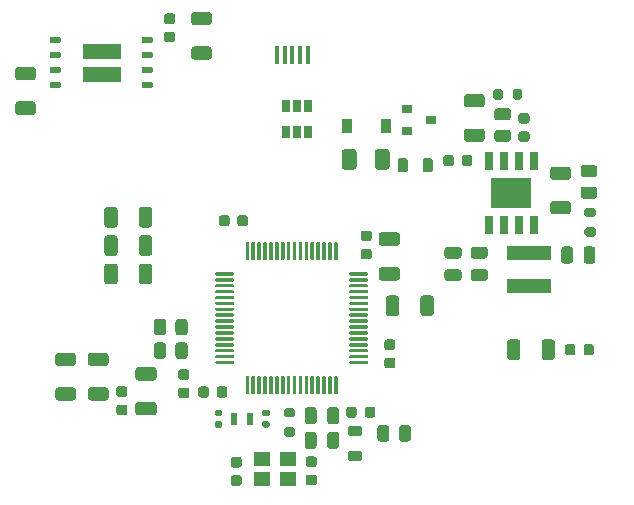
<source format=gbr>
%TF.GenerationSoftware,KiCad,Pcbnew,(5.1.10)-1*%
%TF.CreationDate,2021-09-19T12:36:10+02:00*%
%TF.ProjectId,stm32f446re_carrier_board,73746d33-3266-4343-9436-72655f636172,rev?*%
%TF.SameCoordinates,Original*%
%TF.FileFunction,Paste,Top*%
%TF.FilePolarity,Positive*%
%FSLAX46Y46*%
G04 Gerber Fmt 4.6, Leading zero omitted, Abs format (unit mm)*
G04 Created by KiCad (PCBNEW (5.1.10)-1) date 2021-09-19 12:36:10*
%MOMM*%
%LPD*%
G01*
G04 APERTURE LIST*
%ADD10C,0.010000*%
%ADD11R,0.600000X1.100000*%
%ADD12R,1.400000X1.200000*%
%ADD13R,3.700000X1.200000*%
%ADD14R,0.900000X1.200000*%
%ADD15R,0.650000X1.060000*%
%ADD16R,0.900000X0.800000*%
%ADD17R,0.400000X1.600000*%
%ADD18R,0.700000X1.525000*%
%ADD19R,3.450000X2.560000*%
G04 APERTURE END LIST*
D10*
%TO.C,U3*%
G36*
X120540000Y-66540000D02*
G01*
X122140000Y-66540000D01*
X122140000Y-67690000D01*
X120540000Y-67690000D01*
X120540000Y-66540000D01*
G37*
X120540000Y-66540000D02*
X122140000Y-66540000D01*
X122140000Y-67690000D01*
X120540000Y-67690000D01*
X120540000Y-66540000D01*
G36*
X120540000Y-68510000D02*
G01*
X122140000Y-68510000D01*
X122140000Y-69660000D01*
X120540000Y-69660000D01*
X120540000Y-68510000D01*
G37*
X120540000Y-68510000D02*
X122140000Y-68510000D01*
X122140000Y-69660000D01*
X120540000Y-69660000D01*
X120540000Y-68510000D01*
G36*
X122060000Y-66540000D02*
G01*
X123660000Y-66540000D01*
X123660000Y-67690000D01*
X122060000Y-67690000D01*
X122060000Y-66540000D01*
G37*
X122060000Y-66540000D02*
X123660000Y-66540000D01*
X123660000Y-67690000D01*
X122060000Y-67690000D01*
X122060000Y-66540000D01*
G36*
X122060000Y-68510000D02*
G01*
X123660000Y-68510000D01*
X123660000Y-69660000D01*
X122060000Y-69660000D01*
X122060000Y-68510000D01*
G37*
X122060000Y-68510000D02*
X123660000Y-68510000D01*
X123660000Y-69660000D01*
X122060000Y-69660000D01*
X122060000Y-68510000D01*
%TD*%
%TO.C,R19*%
G36*
G01*
X115074999Y-71400000D02*
X116325001Y-71400000D01*
G75*
G02*
X116575000Y-71649999I0J-249999D01*
G01*
X116575000Y-72275001D01*
G75*
G02*
X116325001Y-72525000I-249999J0D01*
G01*
X115074999Y-72525000D01*
G75*
G02*
X114825000Y-72275001I0J249999D01*
G01*
X114825000Y-71649999D01*
G75*
G02*
X115074999Y-71400000I249999J0D01*
G01*
G37*
G36*
G01*
X115074999Y-68475000D02*
X116325001Y-68475000D01*
G75*
G02*
X116575000Y-68724999I0J-249999D01*
G01*
X116575000Y-69350001D01*
G75*
G02*
X116325001Y-69600000I-249999J0D01*
G01*
X115074999Y-69600000D01*
G75*
G02*
X114825000Y-69350001I0J249999D01*
G01*
X114825000Y-68724999D01*
G75*
G02*
X115074999Y-68475000I249999J0D01*
G01*
G37*
%TD*%
%TO.C,R18*%
G36*
G01*
X131225001Y-64937500D02*
X129974999Y-64937500D01*
G75*
G02*
X129725000Y-64687501I0J249999D01*
G01*
X129725000Y-64062499D01*
G75*
G02*
X129974999Y-63812500I249999J0D01*
G01*
X131225001Y-63812500D01*
G75*
G02*
X131475000Y-64062499I0J-249999D01*
G01*
X131475000Y-64687501D01*
G75*
G02*
X131225001Y-64937500I-249999J0D01*
G01*
G37*
G36*
G01*
X131225001Y-67862500D02*
X129974999Y-67862500D01*
G75*
G02*
X129725000Y-67612501I0J249999D01*
G01*
X129725000Y-66987499D01*
G75*
G02*
X129974999Y-66737500I249999J0D01*
G01*
X131225001Y-66737500D01*
G75*
G02*
X131475000Y-66987499I0J-249999D01*
G01*
X131475000Y-67612501D01*
G75*
G02*
X131225001Y-67862500I-249999J0D01*
G01*
G37*
%TD*%
%TO.C,C20*%
G36*
G01*
X128150000Y-64850000D02*
X127650000Y-64850000D01*
G75*
G02*
X127425000Y-64625000I0J225000D01*
G01*
X127425000Y-64175000D01*
G75*
G02*
X127650000Y-63950000I225000J0D01*
G01*
X128150000Y-63950000D01*
G75*
G02*
X128375000Y-64175000I0J-225000D01*
G01*
X128375000Y-64625000D01*
G75*
G02*
X128150000Y-64850000I-225000J0D01*
G01*
G37*
G36*
G01*
X128150000Y-66400000D02*
X127650000Y-66400000D01*
G75*
G02*
X127425000Y-66175000I0J225000D01*
G01*
X127425000Y-65725000D01*
G75*
G02*
X127650000Y-65500000I225000J0D01*
G01*
X128150000Y-65500000D01*
G75*
G02*
X128375000Y-65725000I0J-225000D01*
G01*
X128375000Y-66175000D01*
G75*
G02*
X128150000Y-66400000I-225000J0D01*
G01*
G37*
%TD*%
%TO.C,U3*%
G36*
G01*
X117735000Y-67619000D02*
X117735000Y-67311000D01*
G75*
G02*
X117801000Y-67245000I66000J0D01*
G01*
X118609000Y-67245000D01*
G75*
G02*
X118675000Y-67311000I0J-66000D01*
G01*
X118675000Y-67619000D01*
G75*
G02*
X118609000Y-67685000I-66000J0D01*
G01*
X117801000Y-67685000D01*
G75*
G02*
X117735000Y-67619000I0J66000D01*
G01*
G37*
G36*
G01*
X117735000Y-68889000D02*
X117735000Y-68581000D01*
G75*
G02*
X117801000Y-68515000I66000J0D01*
G01*
X118609000Y-68515000D01*
G75*
G02*
X118675000Y-68581000I0J-66000D01*
G01*
X118675000Y-68889000D01*
G75*
G02*
X118609000Y-68955000I-66000J0D01*
G01*
X117801000Y-68955000D01*
G75*
G02*
X117735000Y-68889000I0J66000D01*
G01*
G37*
G36*
G01*
X117735000Y-70159000D02*
X117735000Y-69851000D01*
G75*
G02*
X117801000Y-69785000I66000J0D01*
G01*
X118609000Y-69785000D01*
G75*
G02*
X118675000Y-69851000I0J-66000D01*
G01*
X118675000Y-70159000D01*
G75*
G02*
X118609000Y-70225000I-66000J0D01*
G01*
X117801000Y-70225000D01*
G75*
G02*
X117735000Y-70159000I0J66000D01*
G01*
G37*
G36*
G01*
X117735000Y-66349000D02*
X117735000Y-66041000D01*
G75*
G02*
X117801000Y-65975000I66000J0D01*
G01*
X118609000Y-65975000D01*
G75*
G02*
X118675000Y-66041000I0J-66000D01*
G01*
X118675000Y-66349000D01*
G75*
G02*
X118609000Y-66415000I-66000J0D01*
G01*
X117801000Y-66415000D01*
G75*
G02*
X117735000Y-66349000I0J66000D01*
G01*
G37*
G36*
G01*
X125525000Y-67619000D02*
X125525000Y-67311000D01*
G75*
G02*
X125591000Y-67245000I66000J0D01*
G01*
X126399000Y-67245000D01*
G75*
G02*
X126465000Y-67311000I0J-66000D01*
G01*
X126465000Y-67619000D01*
G75*
G02*
X126399000Y-67685000I-66000J0D01*
G01*
X125591000Y-67685000D01*
G75*
G02*
X125525000Y-67619000I0J66000D01*
G01*
G37*
G36*
G01*
X125525000Y-68889000D02*
X125525000Y-68581000D01*
G75*
G02*
X125591000Y-68515000I66000J0D01*
G01*
X126399000Y-68515000D01*
G75*
G02*
X126465000Y-68581000I0J-66000D01*
G01*
X126465000Y-68889000D01*
G75*
G02*
X126399000Y-68955000I-66000J0D01*
G01*
X125591000Y-68955000D01*
G75*
G02*
X125525000Y-68889000I0J66000D01*
G01*
G37*
G36*
G01*
X125525000Y-70159000D02*
X125525000Y-69851000D01*
G75*
G02*
X125591000Y-69785000I66000J0D01*
G01*
X126399000Y-69785000D01*
G75*
G02*
X126465000Y-69851000I0J-66000D01*
G01*
X126465000Y-70159000D01*
G75*
G02*
X126399000Y-70225000I-66000J0D01*
G01*
X125591000Y-70225000D01*
G75*
G02*
X125525000Y-70159000I0J66000D01*
G01*
G37*
G36*
G01*
X125525000Y-66349000D02*
X125525000Y-66041000D01*
G75*
G02*
X125591000Y-65975000I66000J0D01*
G01*
X126399000Y-65975000D01*
G75*
G02*
X126465000Y-66041000I0J-66000D01*
G01*
X126465000Y-66349000D01*
G75*
G02*
X126399000Y-66415000I-66000J0D01*
G01*
X125591000Y-66415000D01*
G75*
G02*
X125525000Y-66349000I0J66000D01*
G01*
G37*
%TD*%
D11*
%TO.C,Y2*%
X134750000Y-98250000D03*
X133350000Y-98250000D03*
%TD*%
D12*
%TO.C,Y1*%
X135700000Y-101650000D03*
X137900000Y-101650000D03*
X137900000Y-103350000D03*
X135700000Y-103350000D03*
%TD*%
%TO.C,R13*%
G36*
G01*
X156090000Y-70510000D02*
X156090000Y-71060000D01*
G75*
G02*
X155890000Y-71260000I-200000J0D01*
G01*
X155490000Y-71260000D01*
G75*
G02*
X155290000Y-71060000I0J200000D01*
G01*
X155290000Y-70510000D01*
G75*
G02*
X155490000Y-70310000I200000J0D01*
G01*
X155890000Y-70310000D01*
G75*
G02*
X156090000Y-70510000I0J-200000D01*
G01*
G37*
G36*
G01*
X157740000Y-70510000D02*
X157740000Y-71060000D01*
G75*
G02*
X157540000Y-71260000I-200000J0D01*
G01*
X157140000Y-71260000D01*
G75*
G02*
X156940000Y-71060000I0J200000D01*
G01*
X156940000Y-70510000D01*
G75*
G02*
X157140000Y-70310000I200000J0D01*
G01*
X157540000Y-70310000D01*
G75*
G02*
X157740000Y-70510000I0J-200000D01*
G01*
G37*
%TD*%
%TO.C,R12*%
G36*
G01*
X156550001Y-73000000D02*
X155649999Y-73000000D01*
G75*
G02*
X155400000Y-72750001I0J249999D01*
G01*
X155400000Y-72224999D01*
G75*
G02*
X155649999Y-71975000I249999J0D01*
G01*
X156550001Y-71975000D01*
G75*
G02*
X156800000Y-72224999I0J-249999D01*
G01*
X156800000Y-72750001D01*
G75*
G02*
X156550001Y-73000000I-249999J0D01*
G01*
G37*
G36*
G01*
X156550001Y-74825000D02*
X155649999Y-74825000D01*
G75*
G02*
X155400000Y-74575001I0J249999D01*
G01*
X155400000Y-74049999D01*
G75*
G02*
X155649999Y-73800000I249999J0D01*
G01*
X156550001Y-73800000D01*
G75*
G02*
X156800000Y-74049999I0J-249999D01*
G01*
X156800000Y-74575001D01*
G75*
G02*
X156550001Y-74825000I-249999J0D01*
G01*
G37*
%TD*%
%TO.C,R10*%
G36*
G01*
X121229999Y-95597500D02*
X122480001Y-95597500D01*
G75*
G02*
X122730000Y-95847499I0J-249999D01*
G01*
X122730000Y-96472501D01*
G75*
G02*
X122480001Y-96722500I-249999J0D01*
G01*
X121229999Y-96722500D01*
G75*
G02*
X120980000Y-96472501I0J249999D01*
G01*
X120980000Y-95847499D01*
G75*
G02*
X121229999Y-95597500I249999J0D01*
G01*
G37*
G36*
G01*
X121229999Y-92672500D02*
X122480001Y-92672500D01*
G75*
G02*
X122730000Y-92922499I0J-249999D01*
G01*
X122730000Y-93547501D01*
G75*
G02*
X122480001Y-93797500I-249999J0D01*
G01*
X121229999Y-93797500D01*
G75*
G02*
X120980000Y-93547501I0J249999D01*
G01*
X120980000Y-92922499D01*
G75*
G02*
X121229999Y-92672500I249999J0D01*
G01*
G37*
%TD*%
%TO.C,R9*%
G36*
G01*
X125300000Y-86625001D02*
X125300000Y-85374999D01*
G75*
G02*
X125549999Y-85125000I249999J0D01*
G01*
X126175001Y-85125000D01*
G75*
G02*
X126425000Y-85374999I0J-249999D01*
G01*
X126425000Y-86625001D01*
G75*
G02*
X126175001Y-86875000I-249999J0D01*
G01*
X125549999Y-86875000D01*
G75*
G02*
X125300000Y-86625001I0J249999D01*
G01*
G37*
G36*
G01*
X122375000Y-86625001D02*
X122375000Y-85374999D01*
G75*
G02*
X122624999Y-85125000I249999J0D01*
G01*
X123250001Y-85125000D01*
G75*
G02*
X123500000Y-85374999I0J-249999D01*
G01*
X123500000Y-86625001D01*
G75*
G02*
X123250001Y-86875000I-249999J0D01*
G01*
X122624999Y-86875000D01*
G75*
G02*
X122375000Y-86625001I0J249999D01*
G01*
G37*
%TD*%
%TO.C,R8*%
G36*
G01*
X125300000Y-84225001D02*
X125300000Y-82974999D01*
G75*
G02*
X125549999Y-82725000I249999J0D01*
G01*
X126175001Y-82725000D01*
G75*
G02*
X126425000Y-82974999I0J-249999D01*
G01*
X126425000Y-84225001D01*
G75*
G02*
X126175001Y-84475000I-249999J0D01*
G01*
X125549999Y-84475000D01*
G75*
G02*
X125300000Y-84225001I0J249999D01*
G01*
G37*
G36*
G01*
X122375000Y-84225001D02*
X122375000Y-82974999D01*
G75*
G02*
X122624999Y-82725000I249999J0D01*
G01*
X123250001Y-82725000D01*
G75*
G02*
X123500000Y-82974999I0J-249999D01*
G01*
X123500000Y-84225001D01*
G75*
G02*
X123250001Y-84475000I-249999J0D01*
G01*
X122624999Y-84475000D01*
G75*
G02*
X122375000Y-84225001I0J249999D01*
G01*
G37*
%TD*%
%TO.C,R7*%
G36*
G01*
X125300000Y-81825001D02*
X125300000Y-80574999D01*
G75*
G02*
X125549999Y-80325000I249999J0D01*
G01*
X126175001Y-80325000D01*
G75*
G02*
X126425000Y-80574999I0J-249999D01*
G01*
X126425000Y-81825001D01*
G75*
G02*
X126175001Y-82075000I-249999J0D01*
G01*
X125549999Y-82075000D01*
G75*
G02*
X125300000Y-81825001I0J249999D01*
G01*
G37*
G36*
G01*
X122375000Y-81825001D02*
X122375000Y-80574999D01*
G75*
G02*
X122624999Y-80325000I249999J0D01*
G01*
X123250001Y-80325000D01*
G75*
G02*
X123500000Y-80574999I0J-249999D01*
G01*
X123500000Y-81825001D01*
G75*
G02*
X123250001Y-82075000I-249999J0D01*
G01*
X122624999Y-82075000D01*
G75*
G02*
X122375000Y-81825001I0J249999D01*
G01*
G37*
%TD*%
%TO.C,R6*%
G36*
G01*
X127600000Y-92049999D02*
X127600000Y-92950001D01*
G75*
G02*
X127350001Y-93200000I-249999J0D01*
G01*
X126824999Y-93200000D01*
G75*
G02*
X126575000Y-92950001I0J249999D01*
G01*
X126575000Y-92049999D01*
G75*
G02*
X126824999Y-91800000I249999J0D01*
G01*
X127350001Y-91800000D01*
G75*
G02*
X127600000Y-92049999I0J-249999D01*
G01*
G37*
G36*
G01*
X129425000Y-92049999D02*
X129425000Y-92950001D01*
G75*
G02*
X129175001Y-93200000I-249999J0D01*
G01*
X128649999Y-93200000D01*
G75*
G02*
X128400000Y-92950001I0J249999D01*
G01*
X128400000Y-92049999D01*
G75*
G02*
X128649999Y-91800000I249999J0D01*
G01*
X129175001Y-91800000D01*
G75*
G02*
X129425000Y-92049999I0J-249999D01*
G01*
G37*
%TD*%
%TO.C,R5*%
G36*
G01*
X127600000Y-90049999D02*
X127600000Y-90950001D01*
G75*
G02*
X127350001Y-91200000I-249999J0D01*
G01*
X126824999Y-91200000D01*
G75*
G02*
X126575000Y-90950001I0J249999D01*
G01*
X126575000Y-90049999D01*
G75*
G02*
X126824999Y-89800000I249999J0D01*
G01*
X127350001Y-89800000D01*
G75*
G02*
X127600000Y-90049999I0J-249999D01*
G01*
G37*
G36*
G01*
X129425000Y-90049999D02*
X129425000Y-90950001D01*
G75*
G02*
X129175001Y-91200000I-249999J0D01*
G01*
X128649999Y-91200000D01*
G75*
G02*
X128400000Y-90950001I0J249999D01*
G01*
X128400000Y-90049999D01*
G75*
G02*
X128649999Y-89800000I249999J0D01*
G01*
X129175001Y-89800000D01*
G75*
G02*
X129425000Y-90049999I0J-249999D01*
G01*
G37*
%TD*%
%TO.C,R3*%
G36*
G01*
X137775000Y-99000000D02*
X138325000Y-99000000D01*
G75*
G02*
X138525000Y-99200000I0J-200000D01*
G01*
X138525000Y-99600000D01*
G75*
G02*
X138325000Y-99800000I-200000J0D01*
G01*
X137775000Y-99800000D01*
G75*
G02*
X137575000Y-99600000I0J200000D01*
G01*
X137575000Y-99200000D01*
G75*
G02*
X137775000Y-99000000I200000J0D01*
G01*
G37*
G36*
G01*
X137775000Y-97350000D02*
X138325000Y-97350000D01*
G75*
G02*
X138525000Y-97550000I0J-200000D01*
G01*
X138525000Y-97950000D01*
G75*
G02*
X138325000Y-98150000I-200000J0D01*
G01*
X137775000Y-98150000D01*
G75*
G02*
X137575000Y-97950000I0J200000D01*
G01*
X137575000Y-97550000D01*
G75*
G02*
X137775000Y-97350000I200000J0D01*
G01*
G37*
%TD*%
%TO.C,R2*%
G36*
G01*
X146512500Y-99049999D02*
X146512500Y-99950001D01*
G75*
G02*
X146262501Y-100200000I-249999J0D01*
G01*
X145737499Y-100200000D01*
G75*
G02*
X145487500Y-99950001I0J249999D01*
G01*
X145487500Y-99049999D01*
G75*
G02*
X145737499Y-98800000I249999J0D01*
G01*
X146262501Y-98800000D01*
G75*
G02*
X146512500Y-99049999I0J-249999D01*
G01*
G37*
G36*
G01*
X148337500Y-99049999D02*
X148337500Y-99950001D01*
G75*
G02*
X148087501Y-100200000I-249999J0D01*
G01*
X147562499Y-100200000D01*
G75*
G02*
X147312500Y-99950001I0J249999D01*
G01*
X147312500Y-99049999D01*
G75*
G02*
X147562499Y-98800000I249999J0D01*
G01*
X148087501Y-98800000D01*
G75*
G02*
X148337500Y-99049999I0J-249999D01*
G01*
G37*
%TD*%
D13*
%TO.C,L1*%
X158300000Y-87000000D03*
X158300000Y-84200000D03*
%TD*%
%TO.C,R17*%
G36*
G01*
X163850001Y-77800000D02*
X162949999Y-77800000D01*
G75*
G02*
X162700000Y-77550001I0J249999D01*
G01*
X162700000Y-77024999D01*
G75*
G02*
X162949999Y-76775000I249999J0D01*
G01*
X163850001Y-76775000D01*
G75*
G02*
X164100000Y-77024999I0J-249999D01*
G01*
X164100000Y-77550001D01*
G75*
G02*
X163850001Y-77800000I-249999J0D01*
G01*
G37*
G36*
G01*
X163850001Y-79625000D02*
X162949999Y-79625000D01*
G75*
G02*
X162700000Y-79375001I0J249999D01*
G01*
X162700000Y-78849999D01*
G75*
G02*
X162949999Y-78600000I249999J0D01*
G01*
X163850001Y-78600000D01*
G75*
G02*
X164100000Y-78849999I0J-249999D01*
G01*
X164100000Y-79375001D01*
G75*
G02*
X163850001Y-79625000I-249999J0D01*
G01*
G37*
%TD*%
%TO.C,R16*%
G36*
G01*
X157600000Y-91794999D02*
X157600000Y-93045001D01*
G75*
G02*
X157350001Y-93295000I-249999J0D01*
G01*
X156724999Y-93295000D01*
G75*
G02*
X156475000Y-93045001I0J249999D01*
G01*
X156475000Y-91794999D01*
G75*
G02*
X156724999Y-91545000I249999J0D01*
G01*
X157350001Y-91545000D01*
G75*
G02*
X157600000Y-91794999I0J-249999D01*
G01*
G37*
G36*
G01*
X160525000Y-91794999D02*
X160525000Y-93045001D01*
G75*
G02*
X160275001Y-93295000I-249999J0D01*
G01*
X159649999Y-93295000D01*
G75*
G02*
X159400000Y-93045001I0J249999D01*
G01*
X159400000Y-91794999D01*
G75*
G02*
X159649999Y-91545000I249999J0D01*
G01*
X160275001Y-91545000D01*
G75*
G02*
X160525000Y-91794999I0J-249999D01*
G01*
G37*
%TD*%
%TO.C,R15*%
G36*
G01*
X163775000Y-81200000D02*
X163225000Y-81200000D01*
G75*
G02*
X163025000Y-81000000I0J200000D01*
G01*
X163025000Y-80600000D01*
G75*
G02*
X163225000Y-80400000I200000J0D01*
G01*
X163775000Y-80400000D01*
G75*
G02*
X163975000Y-80600000I0J-200000D01*
G01*
X163975000Y-81000000D01*
G75*
G02*
X163775000Y-81200000I-200000J0D01*
G01*
G37*
G36*
G01*
X163775000Y-82850000D02*
X163225000Y-82850000D01*
G75*
G02*
X163025000Y-82650000I0J200000D01*
G01*
X163025000Y-82250000D01*
G75*
G02*
X163225000Y-82050000I200000J0D01*
G01*
X163775000Y-82050000D01*
G75*
G02*
X163975000Y-82250000I0J-200000D01*
G01*
X163975000Y-82650000D01*
G75*
G02*
X163775000Y-82850000I-200000J0D01*
G01*
G37*
%TD*%
%TO.C,R14*%
G36*
G01*
X160374999Y-79842500D02*
X161625001Y-79842500D01*
G75*
G02*
X161875000Y-80092499I0J-249999D01*
G01*
X161875000Y-80717501D01*
G75*
G02*
X161625001Y-80967500I-249999J0D01*
G01*
X160374999Y-80967500D01*
G75*
G02*
X160125000Y-80717501I0J249999D01*
G01*
X160125000Y-80092499D01*
G75*
G02*
X160374999Y-79842500I249999J0D01*
G01*
G37*
G36*
G01*
X160374999Y-76917500D02*
X161625001Y-76917500D01*
G75*
G02*
X161875000Y-77167499I0J-249999D01*
G01*
X161875000Y-77792501D01*
G75*
G02*
X161625001Y-78042500I-249999J0D01*
G01*
X160374999Y-78042500D01*
G75*
G02*
X160125000Y-77792501I0J249999D01*
G01*
X160125000Y-77167499D01*
G75*
G02*
X160374999Y-76917500I249999J0D01*
G01*
G37*
%TD*%
%TO.C,R11*%
G36*
G01*
X153074999Y-73700000D02*
X154325001Y-73700000D01*
G75*
G02*
X154575000Y-73949999I0J-249999D01*
G01*
X154575000Y-74575001D01*
G75*
G02*
X154325001Y-74825000I-249999J0D01*
G01*
X153074999Y-74825000D01*
G75*
G02*
X152825000Y-74575001I0J249999D01*
G01*
X152825000Y-73949999D01*
G75*
G02*
X153074999Y-73700000I249999J0D01*
G01*
G37*
G36*
G01*
X153074999Y-70775000D02*
X154325001Y-70775000D01*
G75*
G02*
X154575000Y-71024999I0J-249999D01*
G01*
X154575000Y-71650001D01*
G75*
G02*
X154325001Y-71900000I-249999J0D01*
G01*
X153074999Y-71900000D01*
G75*
G02*
X152825000Y-71650001I0J249999D01*
G01*
X152825000Y-71024999D01*
G75*
G02*
X153074999Y-70775000I249999J0D01*
G01*
G37*
%TD*%
%TO.C,R4*%
G36*
G01*
X149137500Y-89325001D02*
X149137500Y-88074999D01*
G75*
G02*
X149387499Y-87825000I249999J0D01*
G01*
X150012501Y-87825000D01*
G75*
G02*
X150262500Y-88074999I0J-249999D01*
G01*
X150262500Y-89325001D01*
G75*
G02*
X150012501Y-89575000I-249999J0D01*
G01*
X149387499Y-89575000D01*
G75*
G02*
X149137500Y-89325001I0J249999D01*
G01*
G37*
G36*
G01*
X146212500Y-89325001D02*
X146212500Y-88074999D01*
G75*
G02*
X146462499Y-87825000I249999J0D01*
G01*
X147087501Y-87825000D01*
G75*
G02*
X147337500Y-88074999I0J-249999D01*
G01*
X147337500Y-89325001D01*
G75*
G02*
X147087501Y-89575000I-249999J0D01*
G01*
X146462499Y-89575000D01*
G75*
G02*
X146212500Y-89325001I0J249999D01*
G01*
G37*
%TD*%
%TO.C,R1*%
G36*
G01*
X119725001Y-93800000D02*
X118474999Y-93800000D01*
G75*
G02*
X118225000Y-93550001I0J249999D01*
G01*
X118225000Y-92924999D01*
G75*
G02*
X118474999Y-92675000I249999J0D01*
G01*
X119725001Y-92675000D01*
G75*
G02*
X119975000Y-92924999I0J-249999D01*
G01*
X119975000Y-93550001D01*
G75*
G02*
X119725001Y-93800000I-249999J0D01*
G01*
G37*
G36*
G01*
X119725001Y-96725000D02*
X118474999Y-96725000D01*
G75*
G02*
X118225000Y-96475001I0J249999D01*
G01*
X118225000Y-95849999D01*
G75*
G02*
X118474999Y-95600000I249999J0D01*
G01*
X119725001Y-95600000D01*
G75*
G02*
X119975000Y-95849999I0J-249999D01*
G01*
X119975000Y-96475001D01*
G75*
G02*
X119725001Y-96725000I-249999J0D01*
G01*
G37*
%TD*%
%TO.C,FB2*%
G36*
G01*
X143218750Y-100987500D02*
X143981250Y-100987500D01*
G75*
G02*
X144200000Y-101206250I0J-218750D01*
G01*
X144200000Y-101643750D01*
G75*
G02*
X143981250Y-101862500I-218750J0D01*
G01*
X143218750Y-101862500D01*
G75*
G02*
X143000000Y-101643750I0J218750D01*
G01*
X143000000Y-101206250D01*
G75*
G02*
X143218750Y-100987500I218750J0D01*
G01*
G37*
G36*
G01*
X143218750Y-98862500D02*
X143981250Y-98862500D01*
G75*
G02*
X144200000Y-99081250I0J-218750D01*
G01*
X144200000Y-99518750D01*
G75*
G02*
X143981250Y-99737500I-218750J0D01*
G01*
X143218750Y-99737500D01*
G75*
G02*
X143000000Y-99518750I0J218750D01*
G01*
X143000000Y-99081250D01*
G75*
G02*
X143218750Y-98862500I218750J0D01*
G01*
G37*
%TD*%
%TO.C,FB1*%
G36*
G01*
X148075000Y-76418750D02*
X148075000Y-77181250D01*
G75*
G02*
X147856250Y-77400000I-218750J0D01*
G01*
X147418750Y-77400000D01*
G75*
G02*
X147200000Y-77181250I0J218750D01*
G01*
X147200000Y-76418750D01*
G75*
G02*
X147418750Y-76200000I218750J0D01*
G01*
X147856250Y-76200000D01*
G75*
G02*
X148075000Y-76418750I0J-218750D01*
G01*
G37*
G36*
G01*
X150200000Y-76418750D02*
X150200000Y-77181250D01*
G75*
G02*
X149981250Y-77400000I-218750J0D01*
G01*
X149543750Y-77400000D01*
G75*
G02*
X149325000Y-77181250I0J218750D01*
G01*
X149325000Y-76418750D01*
G75*
G02*
X149543750Y-76200000I218750J0D01*
G01*
X149981250Y-76200000D01*
G75*
G02*
X150200000Y-76418750I0J-218750D01*
G01*
G37*
%TD*%
%TO.C,F1*%
G36*
G01*
X145275000Y-76925000D02*
X145275000Y-75675000D01*
G75*
G02*
X145525000Y-75425000I250000J0D01*
G01*
X146275000Y-75425000D01*
G75*
G02*
X146525000Y-75675000I0J-250000D01*
G01*
X146525000Y-76925000D01*
G75*
G02*
X146275000Y-77175000I-250000J0D01*
G01*
X145525000Y-77175000D01*
G75*
G02*
X145275000Y-76925000I0J250000D01*
G01*
G37*
G36*
G01*
X142475000Y-76925000D02*
X142475000Y-75675000D01*
G75*
G02*
X142725000Y-75425000I250000J0D01*
G01*
X143475000Y-75425000D01*
G75*
G02*
X143725000Y-75675000I0J-250000D01*
G01*
X143725000Y-76925000D01*
G75*
G02*
X143475000Y-77175000I-250000J0D01*
G01*
X142725000Y-77175000D01*
G75*
G02*
X142475000Y-76925000I0J250000D01*
G01*
G37*
%TD*%
%TO.C,D3*%
G36*
G01*
X162950000Y-92676250D02*
X162950000Y-92163750D01*
G75*
G02*
X163168750Y-91945000I218750J0D01*
G01*
X163606250Y-91945000D01*
G75*
G02*
X163825000Y-92163750I0J-218750D01*
G01*
X163825000Y-92676250D01*
G75*
G02*
X163606250Y-92895000I-218750J0D01*
G01*
X163168750Y-92895000D01*
G75*
G02*
X162950000Y-92676250I0J218750D01*
G01*
G37*
G36*
G01*
X161375000Y-92676250D02*
X161375000Y-92163750D01*
G75*
G02*
X161593750Y-91945000I218750J0D01*
G01*
X162031250Y-91945000D01*
G75*
G02*
X162250000Y-92163750I0J-218750D01*
G01*
X162250000Y-92676250D01*
G75*
G02*
X162031250Y-92895000I-218750J0D01*
G01*
X161593750Y-92895000D01*
G75*
G02*
X161375000Y-92676250I0J218750D01*
G01*
G37*
%TD*%
D14*
%TO.C,D2*%
X142900000Y-73500000D03*
X146200000Y-73500000D03*
%TD*%
%TO.C,D1*%
G36*
G01*
X143737500Y-97443750D02*
X143737500Y-97956250D01*
G75*
G02*
X143518750Y-98175000I-218750J0D01*
G01*
X143081250Y-98175000D01*
G75*
G02*
X142862500Y-97956250I0J218750D01*
G01*
X142862500Y-97443750D01*
G75*
G02*
X143081250Y-97225000I218750J0D01*
G01*
X143518750Y-97225000D01*
G75*
G02*
X143737500Y-97443750I0J-218750D01*
G01*
G37*
G36*
G01*
X145312500Y-97443750D02*
X145312500Y-97956250D01*
G75*
G02*
X145093750Y-98175000I-218750J0D01*
G01*
X144656250Y-98175000D01*
G75*
G02*
X144437500Y-97956250I0J218750D01*
G01*
X144437500Y-97443750D01*
G75*
G02*
X144656250Y-97225000I218750J0D01*
G01*
X145093750Y-97225000D01*
G75*
G02*
X145312500Y-97443750I0J-218750D01*
G01*
G37*
%TD*%
%TO.C,C19*%
G36*
G01*
X135880000Y-98460000D02*
X136220000Y-98460000D01*
G75*
G02*
X136360000Y-98600000I0J-140000D01*
G01*
X136360000Y-98880000D01*
G75*
G02*
X136220000Y-99020000I-140000J0D01*
G01*
X135880000Y-99020000D01*
G75*
G02*
X135740000Y-98880000I0J140000D01*
G01*
X135740000Y-98600000D01*
G75*
G02*
X135880000Y-98460000I140000J0D01*
G01*
G37*
G36*
G01*
X135880000Y-97500000D02*
X136220000Y-97500000D01*
G75*
G02*
X136360000Y-97640000I0J-140000D01*
G01*
X136360000Y-97920000D01*
G75*
G02*
X136220000Y-98060000I-140000J0D01*
G01*
X135880000Y-98060000D01*
G75*
G02*
X135740000Y-97920000I0J140000D01*
G01*
X135740000Y-97640000D01*
G75*
G02*
X135880000Y-97500000I140000J0D01*
G01*
G37*
%TD*%
%TO.C,C18*%
G36*
G01*
X131880000Y-98460000D02*
X132220000Y-98460000D01*
G75*
G02*
X132360000Y-98600000I0J-140000D01*
G01*
X132360000Y-98880000D01*
G75*
G02*
X132220000Y-99020000I-140000J0D01*
G01*
X131880000Y-99020000D01*
G75*
G02*
X131740000Y-98880000I0J140000D01*
G01*
X131740000Y-98600000D01*
G75*
G02*
X131880000Y-98460000I140000J0D01*
G01*
G37*
G36*
G01*
X131880000Y-97500000D02*
X132220000Y-97500000D01*
G75*
G02*
X132360000Y-97640000I0J-140000D01*
G01*
X132360000Y-97920000D01*
G75*
G02*
X132220000Y-98060000I-140000J0D01*
G01*
X131880000Y-98060000D01*
G75*
G02*
X131740000Y-97920000I0J140000D01*
G01*
X131740000Y-97640000D01*
G75*
G02*
X131880000Y-97500000I140000J0D01*
G01*
G37*
%TD*%
%TO.C,C17*%
G36*
G01*
X162050000Y-83925000D02*
X162050000Y-84875000D01*
G75*
G02*
X161800000Y-85125000I-250000J0D01*
G01*
X161300000Y-85125000D01*
G75*
G02*
X161050000Y-84875000I0J250000D01*
G01*
X161050000Y-83925000D01*
G75*
G02*
X161300000Y-83675000I250000J0D01*
G01*
X161800000Y-83675000D01*
G75*
G02*
X162050000Y-83925000I0J-250000D01*
G01*
G37*
G36*
G01*
X163950000Y-83925000D02*
X163950000Y-84875000D01*
G75*
G02*
X163700000Y-85125000I-250000J0D01*
G01*
X163200000Y-85125000D01*
G75*
G02*
X162950000Y-84875000I0J250000D01*
G01*
X162950000Y-83925000D01*
G75*
G02*
X163200000Y-83675000I250000J0D01*
G01*
X163700000Y-83675000D01*
G75*
G02*
X163950000Y-83925000I0J-250000D01*
G01*
G37*
%TD*%
%TO.C,C16*%
G36*
G01*
X158150000Y-73275000D02*
X157650000Y-73275000D01*
G75*
G02*
X157425000Y-73050000I0J225000D01*
G01*
X157425000Y-72600000D01*
G75*
G02*
X157650000Y-72375000I225000J0D01*
G01*
X158150000Y-72375000D01*
G75*
G02*
X158375000Y-72600000I0J-225000D01*
G01*
X158375000Y-73050000D01*
G75*
G02*
X158150000Y-73275000I-225000J0D01*
G01*
G37*
G36*
G01*
X158150000Y-74825000D02*
X157650000Y-74825000D01*
G75*
G02*
X157425000Y-74600000I0J225000D01*
G01*
X157425000Y-74150000D01*
G75*
G02*
X157650000Y-73925000I225000J0D01*
G01*
X158150000Y-73925000D01*
G75*
G02*
X158375000Y-74150000I0J-225000D01*
G01*
X158375000Y-74600000D01*
G75*
G02*
X158150000Y-74825000I-225000J0D01*
G01*
G37*
%TD*%
%TO.C,C15*%
G36*
G01*
X151975000Y-76150000D02*
X151975000Y-76650000D01*
G75*
G02*
X151750000Y-76875000I-225000J0D01*
G01*
X151300000Y-76875000D01*
G75*
G02*
X151075000Y-76650000I0J225000D01*
G01*
X151075000Y-76150000D01*
G75*
G02*
X151300000Y-75925000I225000J0D01*
G01*
X151750000Y-75925000D01*
G75*
G02*
X151975000Y-76150000I0J-225000D01*
G01*
G37*
G36*
G01*
X153525000Y-76150000D02*
X153525000Y-76650000D01*
G75*
G02*
X153300000Y-76875000I-225000J0D01*
G01*
X152850000Y-76875000D01*
G75*
G02*
X152625000Y-76650000I0J225000D01*
G01*
X152625000Y-76150000D01*
G75*
G02*
X152850000Y-75925000I225000J0D01*
G01*
X153300000Y-75925000D01*
G75*
G02*
X153525000Y-76150000I0J-225000D01*
G01*
G37*
%TD*%
%TO.C,C14*%
G36*
G01*
X152375000Y-84700000D02*
X151425000Y-84700000D01*
G75*
G02*
X151175000Y-84450000I0J250000D01*
G01*
X151175000Y-83950000D01*
G75*
G02*
X151425000Y-83700000I250000J0D01*
G01*
X152375000Y-83700000D01*
G75*
G02*
X152625000Y-83950000I0J-250000D01*
G01*
X152625000Y-84450000D01*
G75*
G02*
X152375000Y-84700000I-250000J0D01*
G01*
G37*
G36*
G01*
X152375000Y-86600000D02*
X151425000Y-86600000D01*
G75*
G02*
X151175000Y-86350000I0J250000D01*
G01*
X151175000Y-85850000D01*
G75*
G02*
X151425000Y-85600000I250000J0D01*
G01*
X152375000Y-85600000D01*
G75*
G02*
X152625000Y-85850000I0J-250000D01*
G01*
X152625000Y-86350000D01*
G75*
G02*
X152375000Y-86600000I-250000J0D01*
G01*
G37*
%TD*%
%TO.C,C13*%
G36*
G01*
X153640000Y-85600000D02*
X154590000Y-85600000D01*
G75*
G02*
X154840000Y-85850000I0J-250000D01*
G01*
X154840000Y-86350000D01*
G75*
G02*
X154590000Y-86600000I-250000J0D01*
G01*
X153640000Y-86600000D01*
G75*
G02*
X153390000Y-86350000I0J250000D01*
G01*
X153390000Y-85850000D01*
G75*
G02*
X153640000Y-85600000I250000J0D01*
G01*
G37*
G36*
G01*
X153640000Y-83700000D02*
X154590000Y-83700000D01*
G75*
G02*
X154840000Y-83950000I0J-250000D01*
G01*
X154840000Y-84450000D01*
G75*
G02*
X154590000Y-84700000I-250000J0D01*
G01*
X153640000Y-84700000D01*
G75*
G02*
X153390000Y-84450000I0J250000D01*
G01*
X153390000Y-83950000D01*
G75*
G02*
X153640000Y-83700000I250000J0D01*
G01*
G37*
%TD*%
%TO.C,C12*%
G36*
G01*
X139650000Y-103000000D02*
X140150000Y-103000000D01*
G75*
G02*
X140375000Y-103225000I0J-225000D01*
G01*
X140375000Y-103675000D01*
G75*
G02*
X140150000Y-103900000I-225000J0D01*
G01*
X139650000Y-103900000D01*
G75*
G02*
X139425000Y-103675000I0J225000D01*
G01*
X139425000Y-103225000D01*
G75*
G02*
X139650000Y-103000000I225000J0D01*
G01*
G37*
G36*
G01*
X139650000Y-101450000D02*
X140150000Y-101450000D01*
G75*
G02*
X140375000Y-101675000I0J-225000D01*
G01*
X140375000Y-102125000D01*
G75*
G02*
X140150000Y-102350000I-225000J0D01*
G01*
X139650000Y-102350000D01*
G75*
G02*
X139425000Y-102125000I0J225000D01*
G01*
X139425000Y-101675000D01*
G75*
G02*
X139650000Y-101450000I225000J0D01*
G01*
G37*
%TD*%
%TO.C,C11*%
G36*
G01*
X124110000Y-96415000D02*
X123610000Y-96415000D01*
G75*
G02*
X123385000Y-96190000I0J225000D01*
G01*
X123385000Y-95740000D01*
G75*
G02*
X123610000Y-95515000I225000J0D01*
G01*
X124110000Y-95515000D01*
G75*
G02*
X124335000Y-95740000I0J-225000D01*
G01*
X124335000Y-96190000D01*
G75*
G02*
X124110000Y-96415000I-225000J0D01*
G01*
G37*
G36*
G01*
X124110000Y-97965000D02*
X123610000Y-97965000D01*
G75*
G02*
X123385000Y-97740000I0J225000D01*
G01*
X123385000Y-97290000D01*
G75*
G02*
X123610000Y-97065000I225000J0D01*
G01*
X124110000Y-97065000D01*
G75*
G02*
X124335000Y-97290000I0J-225000D01*
G01*
X124335000Y-97740000D01*
G75*
G02*
X124110000Y-97965000I-225000J0D01*
G01*
G37*
%TD*%
%TO.C,C10*%
G36*
G01*
X133800000Y-102395000D02*
X133300000Y-102395000D01*
G75*
G02*
X133075000Y-102170000I0J225000D01*
G01*
X133075000Y-101720000D01*
G75*
G02*
X133300000Y-101495000I225000J0D01*
G01*
X133800000Y-101495000D01*
G75*
G02*
X134025000Y-101720000I0J-225000D01*
G01*
X134025000Y-102170000D01*
G75*
G02*
X133800000Y-102395000I-225000J0D01*
G01*
G37*
G36*
G01*
X133800000Y-103945000D02*
X133300000Y-103945000D01*
G75*
G02*
X133075000Y-103720000I0J225000D01*
G01*
X133075000Y-103270000D01*
G75*
G02*
X133300000Y-103045000I225000J0D01*
G01*
X133800000Y-103045000D01*
G75*
G02*
X134025000Y-103270000I0J-225000D01*
G01*
X134025000Y-103720000D01*
G75*
G02*
X133800000Y-103945000I-225000J0D01*
G01*
G37*
%TD*%
%TO.C,C9*%
G36*
G01*
X140350000Y-97525000D02*
X140350000Y-98475000D01*
G75*
G02*
X140100000Y-98725000I-250000J0D01*
G01*
X139600000Y-98725000D01*
G75*
G02*
X139350000Y-98475000I0J250000D01*
G01*
X139350000Y-97525000D01*
G75*
G02*
X139600000Y-97275000I250000J0D01*
G01*
X140100000Y-97275000D01*
G75*
G02*
X140350000Y-97525000I0J-250000D01*
G01*
G37*
G36*
G01*
X142250000Y-97525000D02*
X142250000Y-98475000D01*
G75*
G02*
X142000000Y-98725000I-250000J0D01*
G01*
X141500000Y-98725000D01*
G75*
G02*
X141250000Y-98475000I0J250000D01*
G01*
X141250000Y-97525000D01*
G75*
G02*
X141500000Y-97275000I250000J0D01*
G01*
X142000000Y-97275000D01*
G75*
G02*
X142250000Y-97525000I0J-250000D01*
G01*
G37*
%TD*%
%TO.C,C8*%
G36*
G01*
X140350000Y-99625000D02*
X140350000Y-100575000D01*
G75*
G02*
X140100000Y-100825000I-250000J0D01*
G01*
X139600000Y-100825000D01*
G75*
G02*
X139350000Y-100575000I0J250000D01*
G01*
X139350000Y-99625000D01*
G75*
G02*
X139600000Y-99375000I250000J0D01*
G01*
X140100000Y-99375000D01*
G75*
G02*
X140350000Y-99625000I0J-250000D01*
G01*
G37*
G36*
G01*
X142250000Y-99625000D02*
X142250000Y-100575000D01*
G75*
G02*
X142000000Y-100825000I-250000J0D01*
G01*
X141500000Y-100825000D01*
G75*
G02*
X141250000Y-100575000I0J250000D01*
G01*
X141250000Y-99625000D01*
G75*
G02*
X141500000Y-99375000I250000J0D01*
G01*
X142000000Y-99375000D01*
G75*
G02*
X142250000Y-99625000I0J-250000D01*
G01*
G37*
%TD*%
%TO.C,C7*%
G36*
G01*
X128850000Y-95625000D02*
X129350000Y-95625000D01*
G75*
G02*
X129575000Y-95850000I0J-225000D01*
G01*
X129575000Y-96300000D01*
G75*
G02*
X129350000Y-96525000I-225000J0D01*
G01*
X128850000Y-96525000D01*
G75*
G02*
X128625000Y-96300000I0J225000D01*
G01*
X128625000Y-95850000D01*
G75*
G02*
X128850000Y-95625000I225000J0D01*
G01*
G37*
G36*
G01*
X128850000Y-94075000D02*
X129350000Y-94075000D01*
G75*
G02*
X129575000Y-94300000I0J-225000D01*
G01*
X129575000Y-94750000D01*
G75*
G02*
X129350000Y-94975000I-225000J0D01*
G01*
X128850000Y-94975000D01*
G75*
G02*
X128625000Y-94750000I0J225000D01*
G01*
X128625000Y-94300000D01*
G75*
G02*
X128850000Y-94075000I225000J0D01*
G01*
G37*
%TD*%
%TO.C,C6*%
G36*
G01*
X132975000Y-81250000D02*
X132975000Y-81750000D01*
G75*
G02*
X132750000Y-81975000I-225000J0D01*
G01*
X132300000Y-81975000D01*
G75*
G02*
X132075000Y-81750000I0J225000D01*
G01*
X132075000Y-81250000D01*
G75*
G02*
X132300000Y-81025000I225000J0D01*
G01*
X132750000Y-81025000D01*
G75*
G02*
X132975000Y-81250000I0J-225000D01*
G01*
G37*
G36*
G01*
X134525000Y-81250000D02*
X134525000Y-81750000D01*
G75*
G02*
X134300000Y-81975000I-225000J0D01*
G01*
X133850000Y-81975000D01*
G75*
G02*
X133625000Y-81750000I0J225000D01*
G01*
X133625000Y-81250000D01*
G75*
G02*
X133850000Y-81025000I225000J0D01*
G01*
X134300000Y-81025000D01*
G75*
G02*
X134525000Y-81250000I0J-225000D01*
G01*
G37*
%TD*%
%TO.C,C5*%
G36*
G01*
X144800000Y-83225000D02*
X144300000Y-83225000D01*
G75*
G02*
X144075000Y-83000000I0J225000D01*
G01*
X144075000Y-82550000D01*
G75*
G02*
X144300000Y-82325000I225000J0D01*
G01*
X144800000Y-82325000D01*
G75*
G02*
X145025000Y-82550000I0J-225000D01*
G01*
X145025000Y-83000000D01*
G75*
G02*
X144800000Y-83225000I-225000J0D01*
G01*
G37*
G36*
G01*
X144800000Y-84775000D02*
X144300000Y-84775000D01*
G75*
G02*
X144075000Y-84550000I0J225000D01*
G01*
X144075000Y-84100000D01*
G75*
G02*
X144300000Y-83875000I225000J0D01*
G01*
X144800000Y-83875000D01*
G75*
G02*
X145025000Y-84100000I0J-225000D01*
G01*
X145025000Y-84550000D01*
G75*
G02*
X144800000Y-84775000I-225000J0D01*
G01*
G37*
%TD*%
%TO.C,C4*%
G36*
G01*
X147150001Y-83625000D02*
X145849999Y-83625000D01*
G75*
G02*
X145600000Y-83375001I0J249999D01*
G01*
X145600000Y-82724999D01*
G75*
G02*
X145849999Y-82475000I249999J0D01*
G01*
X147150001Y-82475000D01*
G75*
G02*
X147400000Y-82724999I0J-249999D01*
G01*
X147400000Y-83375001D01*
G75*
G02*
X147150001Y-83625000I-249999J0D01*
G01*
G37*
G36*
G01*
X147150001Y-86575000D02*
X145849999Y-86575000D01*
G75*
G02*
X145600000Y-86325001I0J249999D01*
G01*
X145600000Y-85674999D01*
G75*
G02*
X145849999Y-85425000I249999J0D01*
G01*
X147150001Y-85425000D01*
G75*
G02*
X147400000Y-85674999I0J-249999D01*
G01*
X147400000Y-86325001D01*
G75*
G02*
X147150001Y-86575000I-249999J0D01*
G01*
G37*
%TD*%
%TO.C,C3*%
G36*
G01*
X146300000Y-93100000D02*
X146800000Y-93100000D01*
G75*
G02*
X147025000Y-93325000I0J-225000D01*
G01*
X147025000Y-93775000D01*
G75*
G02*
X146800000Y-94000000I-225000J0D01*
G01*
X146300000Y-94000000D01*
G75*
G02*
X146075000Y-93775000I0J225000D01*
G01*
X146075000Y-93325000D01*
G75*
G02*
X146300000Y-93100000I225000J0D01*
G01*
G37*
G36*
G01*
X146300000Y-91550000D02*
X146800000Y-91550000D01*
G75*
G02*
X147025000Y-91775000I0J-225000D01*
G01*
X147025000Y-92225000D01*
G75*
G02*
X146800000Y-92450000I-225000J0D01*
G01*
X146300000Y-92450000D01*
G75*
G02*
X146075000Y-92225000I0J225000D01*
G01*
X146075000Y-91775000D01*
G75*
G02*
X146300000Y-91550000I225000J0D01*
G01*
G37*
%TD*%
%TO.C,C2*%
G36*
G01*
X131225000Y-95750000D02*
X131225000Y-96250000D01*
G75*
G02*
X131000000Y-96475000I-225000J0D01*
G01*
X130550000Y-96475000D01*
G75*
G02*
X130325000Y-96250000I0J225000D01*
G01*
X130325000Y-95750000D01*
G75*
G02*
X130550000Y-95525000I225000J0D01*
G01*
X131000000Y-95525000D01*
G75*
G02*
X131225000Y-95750000I0J-225000D01*
G01*
G37*
G36*
G01*
X132775000Y-95750000D02*
X132775000Y-96250000D01*
G75*
G02*
X132550000Y-96475000I-225000J0D01*
G01*
X132100000Y-96475000D01*
G75*
G02*
X131875000Y-96250000I0J225000D01*
G01*
X131875000Y-95750000D01*
G75*
G02*
X132100000Y-95525000I225000J0D01*
G01*
X132550000Y-95525000D01*
G75*
G02*
X132775000Y-95750000I0J-225000D01*
G01*
G37*
%TD*%
%TO.C,C1*%
G36*
G01*
X125249999Y-96825000D02*
X126550001Y-96825000D01*
G75*
G02*
X126800000Y-97074999I0J-249999D01*
G01*
X126800000Y-97725001D01*
G75*
G02*
X126550001Y-97975000I-249999J0D01*
G01*
X125249999Y-97975000D01*
G75*
G02*
X125000000Y-97725001I0J249999D01*
G01*
X125000000Y-97074999D01*
G75*
G02*
X125249999Y-96825000I249999J0D01*
G01*
G37*
G36*
G01*
X125249999Y-93875000D02*
X126550001Y-93875000D01*
G75*
G02*
X126800000Y-94124999I0J-249999D01*
G01*
X126800000Y-94775001D01*
G75*
G02*
X126550001Y-95025000I-249999J0D01*
G01*
X125249999Y-95025000D01*
G75*
G02*
X125000000Y-94775001I0J249999D01*
G01*
X125000000Y-94124999D01*
G75*
G02*
X125249999Y-93875000I249999J0D01*
G01*
G37*
%TD*%
D15*
%TO.C,U2*%
X138700000Y-74000000D03*
X139650000Y-74000000D03*
X137750000Y-74000000D03*
X137750000Y-71800000D03*
X138700000Y-71800000D03*
X139650000Y-71800000D03*
%TD*%
%TO.C,U1*%
G36*
G01*
X133255000Y-93648500D02*
X131855000Y-93648500D01*
G75*
G02*
X131780000Y-93573500I0J75000D01*
G01*
X131780000Y-93423500D01*
G75*
G02*
X131855000Y-93348500I75000J0D01*
G01*
X133255000Y-93348500D01*
G75*
G02*
X133330000Y-93423500I0J-75000D01*
G01*
X133330000Y-93573500D01*
G75*
G02*
X133255000Y-93648500I-75000J0D01*
G01*
G37*
G36*
G01*
X133255000Y-93148500D02*
X131855000Y-93148500D01*
G75*
G02*
X131780000Y-93073500I0J75000D01*
G01*
X131780000Y-92923500D01*
G75*
G02*
X131855000Y-92848500I75000J0D01*
G01*
X133255000Y-92848500D01*
G75*
G02*
X133330000Y-92923500I0J-75000D01*
G01*
X133330000Y-93073500D01*
G75*
G02*
X133255000Y-93148500I-75000J0D01*
G01*
G37*
G36*
G01*
X133255000Y-92648500D02*
X131855000Y-92648500D01*
G75*
G02*
X131780000Y-92573500I0J75000D01*
G01*
X131780000Y-92423500D01*
G75*
G02*
X131855000Y-92348500I75000J0D01*
G01*
X133255000Y-92348500D01*
G75*
G02*
X133330000Y-92423500I0J-75000D01*
G01*
X133330000Y-92573500D01*
G75*
G02*
X133255000Y-92648500I-75000J0D01*
G01*
G37*
G36*
G01*
X133255000Y-92148500D02*
X131855000Y-92148500D01*
G75*
G02*
X131780000Y-92073500I0J75000D01*
G01*
X131780000Y-91923500D01*
G75*
G02*
X131855000Y-91848500I75000J0D01*
G01*
X133255000Y-91848500D01*
G75*
G02*
X133330000Y-91923500I0J-75000D01*
G01*
X133330000Y-92073500D01*
G75*
G02*
X133255000Y-92148500I-75000J0D01*
G01*
G37*
G36*
G01*
X133255000Y-91648500D02*
X131855000Y-91648500D01*
G75*
G02*
X131780000Y-91573500I0J75000D01*
G01*
X131780000Y-91423500D01*
G75*
G02*
X131855000Y-91348500I75000J0D01*
G01*
X133255000Y-91348500D01*
G75*
G02*
X133330000Y-91423500I0J-75000D01*
G01*
X133330000Y-91573500D01*
G75*
G02*
X133255000Y-91648500I-75000J0D01*
G01*
G37*
G36*
G01*
X133255000Y-91148500D02*
X131855000Y-91148500D01*
G75*
G02*
X131780000Y-91073500I0J75000D01*
G01*
X131780000Y-90923500D01*
G75*
G02*
X131855000Y-90848500I75000J0D01*
G01*
X133255000Y-90848500D01*
G75*
G02*
X133330000Y-90923500I0J-75000D01*
G01*
X133330000Y-91073500D01*
G75*
G02*
X133255000Y-91148500I-75000J0D01*
G01*
G37*
G36*
G01*
X133255000Y-90648500D02*
X131855000Y-90648500D01*
G75*
G02*
X131780000Y-90573500I0J75000D01*
G01*
X131780000Y-90423500D01*
G75*
G02*
X131855000Y-90348500I75000J0D01*
G01*
X133255000Y-90348500D01*
G75*
G02*
X133330000Y-90423500I0J-75000D01*
G01*
X133330000Y-90573500D01*
G75*
G02*
X133255000Y-90648500I-75000J0D01*
G01*
G37*
G36*
G01*
X133255000Y-90148500D02*
X131855000Y-90148500D01*
G75*
G02*
X131780000Y-90073500I0J75000D01*
G01*
X131780000Y-89923500D01*
G75*
G02*
X131855000Y-89848500I75000J0D01*
G01*
X133255000Y-89848500D01*
G75*
G02*
X133330000Y-89923500I0J-75000D01*
G01*
X133330000Y-90073500D01*
G75*
G02*
X133255000Y-90148500I-75000J0D01*
G01*
G37*
G36*
G01*
X133255000Y-89648500D02*
X131855000Y-89648500D01*
G75*
G02*
X131780000Y-89573500I0J75000D01*
G01*
X131780000Y-89423500D01*
G75*
G02*
X131855000Y-89348500I75000J0D01*
G01*
X133255000Y-89348500D01*
G75*
G02*
X133330000Y-89423500I0J-75000D01*
G01*
X133330000Y-89573500D01*
G75*
G02*
X133255000Y-89648500I-75000J0D01*
G01*
G37*
G36*
G01*
X133255000Y-89148500D02*
X131855000Y-89148500D01*
G75*
G02*
X131780000Y-89073500I0J75000D01*
G01*
X131780000Y-88923500D01*
G75*
G02*
X131855000Y-88848500I75000J0D01*
G01*
X133255000Y-88848500D01*
G75*
G02*
X133330000Y-88923500I0J-75000D01*
G01*
X133330000Y-89073500D01*
G75*
G02*
X133255000Y-89148500I-75000J0D01*
G01*
G37*
G36*
G01*
X133255000Y-88648500D02*
X131855000Y-88648500D01*
G75*
G02*
X131780000Y-88573500I0J75000D01*
G01*
X131780000Y-88423500D01*
G75*
G02*
X131855000Y-88348500I75000J0D01*
G01*
X133255000Y-88348500D01*
G75*
G02*
X133330000Y-88423500I0J-75000D01*
G01*
X133330000Y-88573500D01*
G75*
G02*
X133255000Y-88648500I-75000J0D01*
G01*
G37*
G36*
G01*
X133255000Y-88148500D02*
X131855000Y-88148500D01*
G75*
G02*
X131780000Y-88073500I0J75000D01*
G01*
X131780000Y-87923500D01*
G75*
G02*
X131855000Y-87848500I75000J0D01*
G01*
X133255000Y-87848500D01*
G75*
G02*
X133330000Y-87923500I0J-75000D01*
G01*
X133330000Y-88073500D01*
G75*
G02*
X133255000Y-88148500I-75000J0D01*
G01*
G37*
G36*
G01*
X133255000Y-87648500D02*
X131855000Y-87648500D01*
G75*
G02*
X131780000Y-87573500I0J75000D01*
G01*
X131780000Y-87423500D01*
G75*
G02*
X131855000Y-87348500I75000J0D01*
G01*
X133255000Y-87348500D01*
G75*
G02*
X133330000Y-87423500I0J-75000D01*
G01*
X133330000Y-87573500D01*
G75*
G02*
X133255000Y-87648500I-75000J0D01*
G01*
G37*
G36*
G01*
X133255000Y-87148500D02*
X131855000Y-87148500D01*
G75*
G02*
X131780000Y-87073500I0J75000D01*
G01*
X131780000Y-86923500D01*
G75*
G02*
X131855000Y-86848500I75000J0D01*
G01*
X133255000Y-86848500D01*
G75*
G02*
X133330000Y-86923500I0J-75000D01*
G01*
X133330000Y-87073500D01*
G75*
G02*
X133255000Y-87148500I-75000J0D01*
G01*
G37*
G36*
G01*
X133255000Y-86648500D02*
X131855000Y-86648500D01*
G75*
G02*
X131780000Y-86573500I0J75000D01*
G01*
X131780000Y-86423500D01*
G75*
G02*
X131855000Y-86348500I75000J0D01*
G01*
X133255000Y-86348500D01*
G75*
G02*
X133330000Y-86423500I0J-75000D01*
G01*
X133330000Y-86573500D01*
G75*
G02*
X133255000Y-86648500I-75000J0D01*
G01*
G37*
G36*
G01*
X133255000Y-86148500D02*
X131855000Y-86148500D01*
G75*
G02*
X131780000Y-86073500I0J75000D01*
G01*
X131780000Y-85923500D01*
G75*
G02*
X131855000Y-85848500I75000J0D01*
G01*
X133255000Y-85848500D01*
G75*
G02*
X133330000Y-85923500I0J-75000D01*
G01*
X133330000Y-86073500D01*
G75*
G02*
X133255000Y-86148500I-75000J0D01*
G01*
G37*
G36*
G01*
X134555000Y-84848500D02*
X134405000Y-84848500D01*
G75*
G02*
X134330000Y-84773500I0J75000D01*
G01*
X134330000Y-83373500D01*
G75*
G02*
X134405000Y-83298500I75000J0D01*
G01*
X134555000Y-83298500D01*
G75*
G02*
X134630000Y-83373500I0J-75000D01*
G01*
X134630000Y-84773500D01*
G75*
G02*
X134555000Y-84848500I-75000J0D01*
G01*
G37*
G36*
G01*
X135055000Y-84848500D02*
X134905000Y-84848500D01*
G75*
G02*
X134830000Y-84773500I0J75000D01*
G01*
X134830000Y-83373500D01*
G75*
G02*
X134905000Y-83298500I75000J0D01*
G01*
X135055000Y-83298500D01*
G75*
G02*
X135130000Y-83373500I0J-75000D01*
G01*
X135130000Y-84773500D01*
G75*
G02*
X135055000Y-84848500I-75000J0D01*
G01*
G37*
G36*
G01*
X135555000Y-84848500D02*
X135405000Y-84848500D01*
G75*
G02*
X135330000Y-84773500I0J75000D01*
G01*
X135330000Y-83373500D01*
G75*
G02*
X135405000Y-83298500I75000J0D01*
G01*
X135555000Y-83298500D01*
G75*
G02*
X135630000Y-83373500I0J-75000D01*
G01*
X135630000Y-84773500D01*
G75*
G02*
X135555000Y-84848500I-75000J0D01*
G01*
G37*
G36*
G01*
X136055000Y-84848500D02*
X135905000Y-84848500D01*
G75*
G02*
X135830000Y-84773500I0J75000D01*
G01*
X135830000Y-83373500D01*
G75*
G02*
X135905000Y-83298500I75000J0D01*
G01*
X136055000Y-83298500D01*
G75*
G02*
X136130000Y-83373500I0J-75000D01*
G01*
X136130000Y-84773500D01*
G75*
G02*
X136055000Y-84848500I-75000J0D01*
G01*
G37*
G36*
G01*
X136555000Y-84848500D02*
X136405000Y-84848500D01*
G75*
G02*
X136330000Y-84773500I0J75000D01*
G01*
X136330000Y-83373500D01*
G75*
G02*
X136405000Y-83298500I75000J0D01*
G01*
X136555000Y-83298500D01*
G75*
G02*
X136630000Y-83373500I0J-75000D01*
G01*
X136630000Y-84773500D01*
G75*
G02*
X136555000Y-84848500I-75000J0D01*
G01*
G37*
G36*
G01*
X137055000Y-84848500D02*
X136905000Y-84848500D01*
G75*
G02*
X136830000Y-84773500I0J75000D01*
G01*
X136830000Y-83373500D01*
G75*
G02*
X136905000Y-83298500I75000J0D01*
G01*
X137055000Y-83298500D01*
G75*
G02*
X137130000Y-83373500I0J-75000D01*
G01*
X137130000Y-84773500D01*
G75*
G02*
X137055000Y-84848500I-75000J0D01*
G01*
G37*
G36*
G01*
X137555000Y-84848500D02*
X137405000Y-84848500D01*
G75*
G02*
X137330000Y-84773500I0J75000D01*
G01*
X137330000Y-83373500D01*
G75*
G02*
X137405000Y-83298500I75000J0D01*
G01*
X137555000Y-83298500D01*
G75*
G02*
X137630000Y-83373500I0J-75000D01*
G01*
X137630000Y-84773500D01*
G75*
G02*
X137555000Y-84848500I-75000J0D01*
G01*
G37*
G36*
G01*
X138055000Y-84848500D02*
X137905000Y-84848500D01*
G75*
G02*
X137830000Y-84773500I0J75000D01*
G01*
X137830000Y-83373500D01*
G75*
G02*
X137905000Y-83298500I75000J0D01*
G01*
X138055000Y-83298500D01*
G75*
G02*
X138130000Y-83373500I0J-75000D01*
G01*
X138130000Y-84773500D01*
G75*
G02*
X138055000Y-84848500I-75000J0D01*
G01*
G37*
G36*
G01*
X138555000Y-84848500D02*
X138405000Y-84848500D01*
G75*
G02*
X138330000Y-84773500I0J75000D01*
G01*
X138330000Y-83373500D01*
G75*
G02*
X138405000Y-83298500I75000J0D01*
G01*
X138555000Y-83298500D01*
G75*
G02*
X138630000Y-83373500I0J-75000D01*
G01*
X138630000Y-84773500D01*
G75*
G02*
X138555000Y-84848500I-75000J0D01*
G01*
G37*
G36*
G01*
X139055000Y-84848500D02*
X138905000Y-84848500D01*
G75*
G02*
X138830000Y-84773500I0J75000D01*
G01*
X138830000Y-83373500D01*
G75*
G02*
X138905000Y-83298500I75000J0D01*
G01*
X139055000Y-83298500D01*
G75*
G02*
X139130000Y-83373500I0J-75000D01*
G01*
X139130000Y-84773500D01*
G75*
G02*
X139055000Y-84848500I-75000J0D01*
G01*
G37*
G36*
G01*
X139555000Y-84848500D02*
X139405000Y-84848500D01*
G75*
G02*
X139330000Y-84773500I0J75000D01*
G01*
X139330000Y-83373500D01*
G75*
G02*
X139405000Y-83298500I75000J0D01*
G01*
X139555000Y-83298500D01*
G75*
G02*
X139630000Y-83373500I0J-75000D01*
G01*
X139630000Y-84773500D01*
G75*
G02*
X139555000Y-84848500I-75000J0D01*
G01*
G37*
G36*
G01*
X140055000Y-84848500D02*
X139905000Y-84848500D01*
G75*
G02*
X139830000Y-84773500I0J75000D01*
G01*
X139830000Y-83373500D01*
G75*
G02*
X139905000Y-83298500I75000J0D01*
G01*
X140055000Y-83298500D01*
G75*
G02*
X140130000Y-83373500I0J-75000D01*
G01*
X140130000Y-84773500D01*
G75*
G02*
X140055000Y-84848500I-75000J0D01*
G01*
G37*
G36*
G01*
X140555000Y-84848500D02*
X140405000Y-84848500D01*
G75*
G02*
X140330000Y-84773500I0J75000D01*
G01*
X140330000Y-83373500D01*
G75*
G02*
X140405000Y-83298500I75000J0D01*
G01*
X140555000Y-83298500D01*
G75*
G02*
X140630000Y-83373500I0J-75000D01*
G01*
X140630000Y-84773500D01*
G75*
G02*
X140555000Y-84848500I-75000J0D01*
G01*
G37*
G36*
G01*
X141055000Y-84848500D02*
X140905000Y-84848500D01*
G75*
G02*
X140830000Y-84773500I0J75000D01*
G01*
X140830000Y-83373500D01*
G75*
G02*
X140905000Y-83298500I75000J0D01*
G01*
X141055000Y-83298500D01*
G75*
G02*
X141130000Y-83373500I0J-75000D01*
G01*
X141130000Y-84773500D01*
G75*
G02*
X141055000Y-84848500I-75000J0D01*
G01*
G37*
G36*
G01*
X141555000Y-84848500D02*
X141405000Y-84848500D01*
G75*
G02*
X141330000Y-84773500I0J75000D01*
G01*
X141330000Y-83373500D01*
G75*
G02*
X141405000Y-83298500I75000J0D01*
G01*
X141555000Y-83298500D01*
G75*
G02*
X141630000Y-83373500I0J-75000D01*
G01*
X141630000Y-84773500D01*
G75*
G02*
X141555000Y-84848500I-75000J0D01*
G01*
G37*
G36*
G01*
X142055000Y-84848500D02*
X141905000Y-84848500D01*
G75*
G02*
X141830000Y-84773500I0J75000D01*
G01*
X141830000Y-83373500D01*
G75*
G02*
X141905000Y-83298500I75000J0D01*
G01*
X142055000Y-83298500D01*
G75*
G02*
X142130000Y-83373500I0J-75000D01*
G01*
X142130000Y-84773500D01*
G75*
G02*
X142055000Y-84848500I-75000J0D01*
G01*
G37*
G36*
G01*
X144605000Y-86148500D02*
X143205000Y-86148500D01*
G75*
G02*
X143130000Y-86073500I0J75000D01*
G01*
X143130000Y-85923500D01*
G75*
G02*
X143205000Y-85848500I75000J0D01*
G01*
X144605000Y-85848500D01*
G75*
G02*
X144680000Y-85923500I0J-75000D01*
G01*
X144680000Y-86073500D01*
G75*
G02*
X144605000Y-86148500I-75000J0D01*
G01*
G37*
G36*
G01*
X144605000Y-86648500D02*
X143205000Y-86648500D01*
G75*
G02*
X143130000Y-86573500I0J75000D01*
G01*
X143130000Y-86423500D01*
G75*
G02*
X143205000Y-86348500I75000J0D01*
G01*
X144605000Y-86348500D01*
G75*
G02*
X144680000Y-86423500I0J-75000D01*
G01*
X144680000Y-86573500D01*
G75*
G02*
X144605000Y-86648500I-75000J0D01*
G01*
G37*
G36*
G01*
X144605000Y-87148500D02*
X143205000Y-87148500D01*
G75*
G02*
X143130000Y-87073500I0J75000D01*
G01*
X143130000Y-86923500D01*
G75*
G02*
X143205000Y-86848500I75000J0D01*
G01*
X144605000Y-86848500D01*
G75*
G02*
X144680000Y-86923500I0J-75000D01*
G01*
X144680000Y-87073500D01*
G75*
G02*
X144605000Y-87148500I-75000J0D01*
G01*
G37*
G36*
G01*
X144605000Y-87648500D02*
X143205000Y-87648500D01*
G75*
G02*
X143130000Y-87573500I0J75000D01*
G01*
X143130000Y-87423500D01*
G75*
G02*
X143205000Y-87348500I75000J0D01*
G01*
X144605000Y-87348500D01*
G75*
G02*
X144680000Y-87423500I0J-75000D01*
G01*
X144680000Y-87573500D01*
G75*
G02*
X144605000Y-87648500I-75000J0D01*
G01*
G37*
G36*
G01*
X144605000Y-88148500D02*
X143205000Y-88148500D01*
G75*
G02*
X143130000Y-88073500I0J75000D01*
G01*
X143130000Y-87923500D01*
G75*
G02*
X143205000Y-87848500I75000J0D01*
G01*
X144605000Y-87848500D01*
G75*
G02*
X144680000Y-87923500I0J-75000D01*
G01*
X144680000Y-88073500D01*
G75*
G02*
X144605000Y-88148500I-75000J0D01*
G01*
G37*
G36*
G01*
X144605000Y-88648500D02*
X143205000Y-88648500D01*
G75*
G02*
X143130000Y-88573500I0J75000D01*
G01*
X143130000Y-88423500D01*
G75*
G02*
X143205000Y-88348500I75000J0D01*
G01*
X144605000Y-88348500D01*
G75*
G02*
X144680000Y-88423500I0J-75000D01*
G01*
X144680000Y-88573500D01*
G75*
G02*
X144605000Y-88648500I-75000J0D01*
G01*
G37*
G36*
G01*
X144605000Y-89148500D02*
X143205000Y-89148500D01*
G75*
G02*
X143130000Y-89073500I0J75000D01*
G01*
X143130000Y-88923500D01*
G75*
G02*
X143205000Y-88848500I75000J0D01*
G01*
X144605000Y-88848500D01*
G75*
G02*
X144680000Y-88923500I0J-75000D01*
G01*
X144680000Y-89073500D01*
G75*
G02*
X144605000Y-89148500I-75000J0D01*
G01*
G37*
G36*
G01*
X144605000Y-89648500D02*
X143205000Y-89648500D01*
G75*
G02*
X143130000Y-89573500I0J75000D01*
G01*
X143130000Y-89423500D01*
G75*
G02*
X143205000Y-89348500I75000J0D01*
G01*
X144605000Y-89348500D01*
G75*
G02*
X144680000Y-89423500I0J-75000D01*
G01*
X144680000Y-89573500D01*
G75*
G02*
X144605000Y-89648500I-75000J0D01*
G01*
G37*
G36*
G01*
X144605000Y-90148500D02*
X143205000Y-90148500D01*
G75*
G02*
X143130000Y-90073500I0J75000D01*
G01*
X143130000Y-89923500D01*
G75*
G02*
X143205000Y-89848500I75000J0D01*
G01*
X144605000Y-89848500D01*
G75*
G02*
X144680000Y-89923500I0J-75000D01*
G01*
X144680000Y-90073500D01*
G75*
G02*
X144605000Y-90148500I-75000J0D01*
G01*
G37*
G36*
G01*
X144605000Y-90648500D02*
X143205000Y-90648500D01*
G75*
G02*
X143130000Y-90573500I0J75000D01*
G01*
X143130000Y-90423500D01*
G75*
G02*
X143205000Y-90348500I75000J0D01*
G01*
X144605000Y-90348500D01*
G75*
G02*
X144680000Y-90423500I0J-75000D01*
G01*
X144680000Y-90573500D01*
G75*
G02*
X144605000Y-90648500I-75000J0D01*
G01*
G37*
G36*
G01*
X144605000Y-91148500D02*
X143205000Y-91148500D01*
G75*
G02*
X143130000Y-91073500I0J75000D01*
G01*
X143130000Y-90923500D01*
G75*
G02*
X143205000Y-90848500I75000J0D01*
G01*
X144605000Y-90848500D01*
G75*
G02*
X144680000Y-90923500I0J-75000D01*
G01*
X144680000Y-91073500D01*
G75*
G02*
X144605000Y-91148500I-75000J0D01*
G01*
G37*
G36*
G01*
X144605000Y-91648500D02*
X143205000Y-91648500D01*
G75*
G02*
X143130000Y-91573500I0J75000D01*
G01*
X143130000Y-91423500D01*
G75*
G02*
X143205000Y-91348500I75000J0D01*
G01*
X144605000Y-91348500D01*
G75*
G02*
X144680000Y-91423500I0J-75000D01*
G01*
X144680000Y-91573500D01*
G75*
G02*
X144605000Y-91648500I-75000J0D01*
G01*
G37*
G36*
G01*
X144605000Y-92148500D02*
X143205000Y-92148500D01*
G75*
G02*
X143130000Y-92073500I0J75000D01*
G01*
X143130000Y-91923500D01*
G75*
G02*
X143205000Y-91848500I75000J0D01*
G01*
X144605000Y-91848500D01*
G75*
G02*
X144680000Y-91923500I0J-75000D01*
G01*
X144680000Y-92073500D01*
G75*
G02*
X144605000Y-92148500I-75000J0D01*
G01*
G37*
G36*
G01*
X144605000Y-92648500D02*
X143205000Y-92648500D01*
G75*
G02*
X143130000Y-92573500I0J75000D01*
G01*
X143130000Y-92423500D01*
G75*
G02*
X143205000Y-92348500I75000J0D01*
G01*
X144605000Y-92348500D01*
G75*
G02*
X144680000Y-92423500I0J-75000D01*
G01*
X144680000Y-92573500D01*
G75*
G02*
X144605000Y-92648500I-75000J0D01*
G01*
G37*
G36*
G01*
X144605000Y-93148500D02*
X143205000Y-93148500D01*
G75*
G02*
X143130000Y-93073500I0J75000D01*
G01*
X143130000Y-92923500D01*
G75*
G02*
X143205000Y-92848500I75000J0D01*
G01*
X144605000Y-92848500D01*
G75*
G02*
X144680000Y-92923500I0J-75000D01*
G01*
X144680000Y-93073500D01*
G75*
G02*
X144605000Y-93148500I-75000J0D01*
G01*
G37*
G36*
G01*
X144605000Y-93648500D02*
X143205000Y-93648500D01*
G75*
G02*
X143130000Y-93573500I0J75000D01*
G01*
X143130000Y-93423500D01*
G75*
G02*
X143205000Y-93348500I75000J0D01*
G01*
X144605000Y-93348500D01*
G75*
G02*
X144680000Y-93423500I0J-75000D01*
G01*
X144680000Y-93573500D01*
G75*
G02*
X144605000Y-93648500I-75000J0D01*
G01*
G37*
G36*
G01*
X142055000Y-96198500D02*
X141905000Y-96198500D01*
G75*
G02*
X141830000Y-96123500I0J75000D01*
G01*
X141830000Y-94723500D01*
G75*
G02*
X141905000Y-94648500I75000J0D01*
G01*
X142055000Y-94648500D01*
G75*
G02*
X142130000Y-94723500I0J-75000D01*
G01*
X142130000Y-96123500D01*
G75*
G02*
X142055000Y-96198500I-75000J0D01*
G01*
G37*
G36*
G01*
X141555000Y-96198500D02*
X141405000Y-96198500D01*
G75*
G02*
X141330000Y-96123500I0J75000D01*
G01*
X141330000Y-94723500D01*
G75*
G02*
X141405000Y-94648500I75000J0D01*
G01*
X141555000Y-94648500D01*
G75*
G02*
X141630000Y-94723500I0J-75000D01*
G01*
X141630000Y-96123500D01*
G75*
G02*
X141555000Y-96198500I-75000J0D01*
G01*
G37*
G36*
G01*
X141055000Y-96198500D02*
X140905000Y-96198500D01*
G75*
G02*
X140830000Y-96123500I0J75000D01*
G01*
X140830000Y-94723500D01*
G75*
G02*
X140905000Y-94648500I75000J0D01*
G01*
X141055000Y-94648500D01*
G75*
G02*
X141130000Y-94723500I0J-75000D01*
G01*
X141130000Y-96123500D01*
G75*
G02*
X141055000Y-96198500I-75000J0D01*
G01*
G37*
G36*
G01*
X140555000Y-96198500D02*
X140405000Y-96198500D01*
G75*
G02*
X140330000Y-96123500I0J75000D01*
G01*
X140330000Y-94723500D01*
G75*
G02*
X140405000Y-94648500I75000J0D01*
G01*
X140555000Y-94648500D01*
G75*
G02*
X140630000Y-94723500I0J-75000D01*
G01*
X140630000Y-96123500D01*
G75*
G02*
X140555000Y-96198500I-75000J0D01*
G01*
G37*
G36*
G01*
X140055000Y-96198500D02*
X139905000Y-96198500D01*
G75*
G02*
X139830000Y-96123500I0J75000D01*
G01*
X139830000Y-94723500D01*
G75*
G02*
X139905000Y-94648500I75000J0D01*
G01*
X140055000Y-94648500D01*
G75*
G02*
X140130000Y-94723500I0J-75000D01*
G01*
X140130000Y-96123500D01*
G75*
G02*
X140055000Y-96198500I-75000J0D01*
G01*
G37*
G36*
G01*
X139555000Y-96198500D02*
X139405000Y-96198500D01*
G75*
G02*
X139330000Y-96123500I0J75000D01*
G01*
X139330000Y-94723500D01*
G75*
G02*
X139405000Y-94648500I75000J0D01*
G01*
X139555000Y-94648500D01*
G75*
G02*
X139630000Y-94723500I0J-75000D01*
G01*
X139630000Y-96123500D01*
G75*
G02*
X139555000Y-96198500I-75000J0D01*
G01*
G37*
G36*
G01*
X139055000Y-96198500D02*
X138905000Y-96198500D01*
G75*
G02*
X138830000Y-96123500I0J75000D01*
G01*
X138830000Y-94723500D01*
G75*
G02*
X138905000Y-94648500I75000J0D01*
G01*
X139055000Y-94648500D01*
G75*
G02*
X139130000Y-94723500I0J-75000D01*
G01*
X139130000Y-96123500D01*
G75*
G02*
X139055000Y-96198500I-75000J0D01*
G01*
G37*
G36*
G01*
X138555000Y-96198500D02*
X138405000Y-96198500D01*
G75*
G02*
X138330000Y-96123500I0J75000D01*
G01*
X138330000Y-94723500D01*
G75*
G02*
X138405000Y-94648500I75000J0D01*
G01*
X138555000Y-94648500D01*
G75*
G02*
X138630000Y-94723500I0J-75000D01*
G01*
X138630000Y-96123500D01*
G75*
G02*
X138555000Y-96198500I-75000J0D01*
G01*
G37*
G36*
G01*
X138055000Y-96198500D02*
X137905000Y-96198500D01*
G75*
G02*
X137830000Y-96123500I0J75000D01*
G01*
X137830000Y-94723500D01*
G75*
G02*
X137905000Y-94648500I75000J0D01*
G01*
X138055000Y-94648500D01*
G75*
G02*
X138130000Y-94723500I0J-75000D01*
G01*
X138130000Y-96123500D01*
G75*
G02*
X138055000Y-96198500I-75000J0D01*
G01*
G37*
G36*
G01*
X137555000Y-96198500D02*
X137405000Y-96198500D01*
G75*
G02*
X137330000Y-96123500I0J75000D01*
G01*
X137330000Y-94723500D01*
G75*
G02*
X137405000Y-94648500I75000J0D01*
G01*
X137555000Y-94648500D01*
G75*
G02*
X137630000Y-94723500I0J-75000D01*
G01*
X137630000Y-96123500D01*
G75*
G02*
X137555000Y-96198500I-75000J0D01*
G01*
G37*
G36*
G01*
X137055000Y-96198500D02*
X136905000Y-96198500D01*
G75*
G02*
X136830000Y-96123500I0J75000D01*
G01*
X136830000Y-94723500D01*
G75*
G02*
X136905000Y-94648500I75000J0D01*
G01*
X137055000Y-94648500D01*
G75*
G02*
X137130000Y-94723500I0J-75000D01*
G01*
X137130000Y-96123500D01*
G75*
G02*
X137055000Y-96198500I-75000J0D01*
G01*
G37*
G36*
G01*
X136555000Y-96198500D02*
X136405000Y-96198500D01*
G75*
G02*
X136330000Y-96123500I0J75000D01*
G01*
X136330000Y-94723500D01*
G75*
G02*
X136405000Y-94648500I75000J0D01*
G01*
X136555000Y-94648500D01*
G75*
G02*
X136630000Y-94723500I0J-75000D01*
G01*
X136630000Y-96123500D01*
G75*
G02*
X136555000Y-96198500I-75000J0D01*
G01*
G37*
G36*
G01*
X136055000Y-96198500D02*
X135905000Y-96198500D01*
G75*
G02*
X135830000Y-96123500I0J75000D01*
G01*
X135830000Y-94723500D01*
G75*
G02*
X135905000Y-94648500I75000J0D01*
G01*
X136055000Y-94648500D01*
G75*
G02*
X136130000Y-94723500I0J-75000D01*
G01*
X136130000Y-96123500D01*
G75*
G02*
X136055000Y-96198500I-75000J0D01*
G01*
G37*
G36*
G01*
X135555000Y-96198500D02*
X135405000Y-96198500D01*
G75*
G02*
X135330000Y-96123500I0J75000D01*
G01*
X135330000Y-94723500D01*
G75*
G02*
X135405000Y-94648500I75000J0D01*
G01*
X135555000Y-94648500D01*
G75*
G02*
X135630000Y-94723500I0J-75000D01*
G01*
X135630000Y-96123500D01*
G75*
G02*
X135555000Y-96198500I-75000J0D01*
G01*
G37*
G36*
G01*
X135055000Y-96198500D02*
X134905000Y-96198500D01*
G75*
G02*
X134830000Y-96123500I0J75000D01*
G01*
X134830000Y-94723500D01*
G75*
G02*
X134905000Y-94648500I75000J0D01*
G01*
X135055000Y-94648500D01*
G75*
G02*
X135130000Y-94723500I0J-75000D01*
G01*
X135130000Y-96123500D01*
G75*
G02*
X135055000Y-96198500I-75000J0D01*
G01*
G37*
G36*
G01*
X134555000Y-96198500D02*
X134405000Y-96198500D01*
G75*
G02*
X134330000Y-96123500I0J75000D01*
G01*
X134330000Y-94723500D01*
G75*
G02*
X134405000Y-94648500I75000J0D01*
G01*
X134555000Y-94648500D01*
G75*
G02*
X134630000Y-94723500I0J-75000D01*
G01*
X134630000Y-96123500D01*
G75*
G02*
X134555000Y-96198500I-75000J0D01*
G01*
G37*
%TD*%
D16*
%TO.C,Q1*%
X150000000Y-72950000D03*
X148000000Y-73900000D03*
X148000000Y-72000000D03*
%TD*%
D17*
%TO.C,J3*%
X139600000Y-67500000D03*
X138950000Y-67500000D03*
X138300000Y-67500000D03*
X137650000Y-67500000D03*
X137000000Y-67500000D03*
%TD*%
D18*
%TO.C,IC1*%
X154915000Y-81847000D03*
X156185000Y-81847000D03*
X157455000Y-81847000D03*
X158725000Y-81847000D03*
X158725000Y-76423000D03*
X157455000Y-76423000D03*
X156185000Y-76423000D03*
X154915000Y-76423000D03*
D19*
X156820000Y-79135000D03*
%TD*%
M02*

</source>
